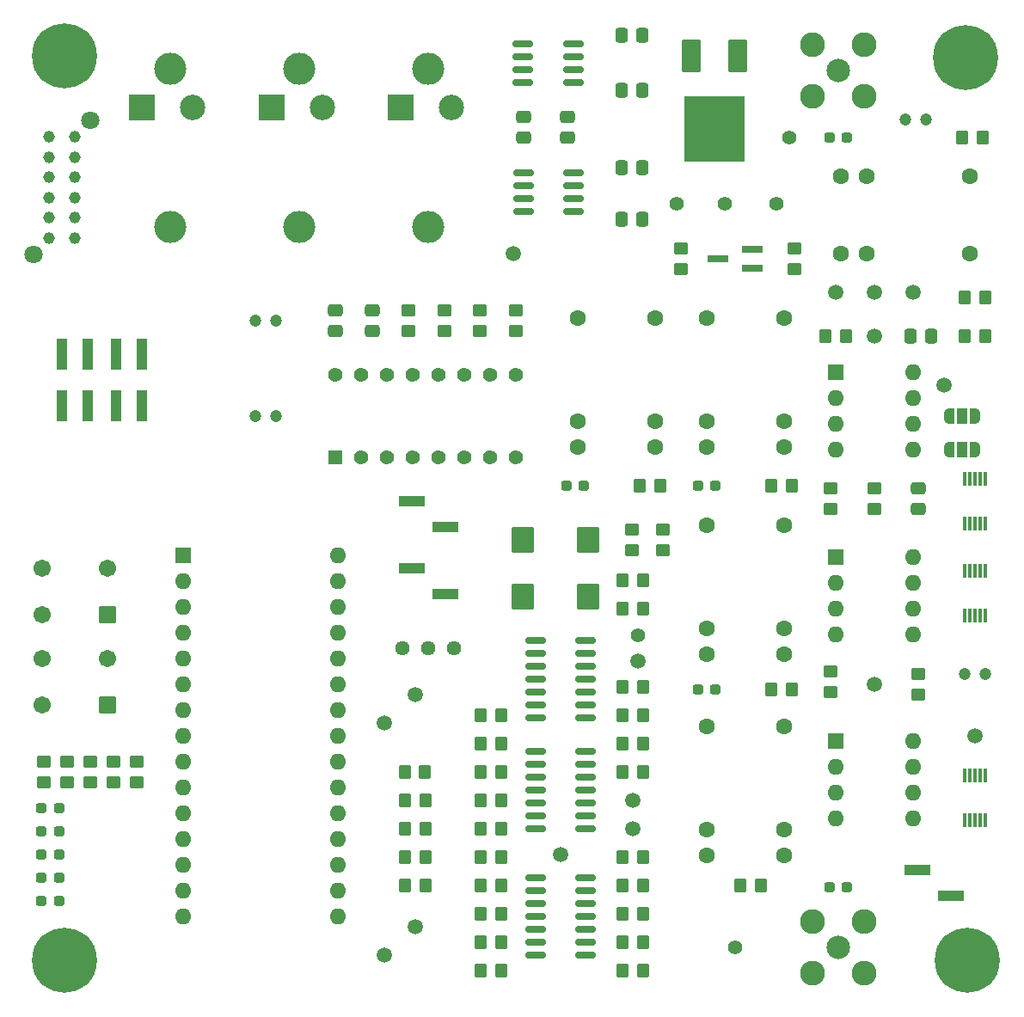
<source format=gts>
G04 #@! TF.GenerationSoftware,KiCad,Pcbnew,7.0.7*
G04 #@! TF.CreationDate,2023-10-18T16:13:20+03:00*
G04 #@! TF.ProjectId,pcb,7063622e-6b69-4636-9164-5f7063625858,rev?*
G04 #@! TF.SameCoordinates,Original*
G04 #@! TF.FileFunction,Soldermask,Top*
G04 #@! TF.FilePolarity,Negative*
%FSLAX46Y46*%
G04 Gerber Fmt 4.6, Leading zero omitted, Abs format (unit mm)*
G04 Created by KiCad (PCBNEW 7.0.7) date 2023-10-18 16:13:20*
%MOMM*%
%LPD*%
G01*
G04 APERTURE LIST*
G04 Aperture macros list*
%AMRoundRect*
0 Rectangle with rounded corners*
0 $1 Rounding radius*
0 $2 $3 $4 $5 $6 $7 $8 $9 X,Y pos of 4 corners*
0 Add a 4 corners polygon primitive as box body*
4,1,4,$2,$3,$4,$5,$6,$7,$8,$9,$2,$3,0*
0 Add four circle primitives for the rounded corners*
1,1,$1+$1,$2,$3*
1,1,$1+$1,$4,$5*
1,1,$1+$1,$6,$7*
1,1,$1+$1,$8,$9*
0 Add four rect primitives between the rounded corners*
20,1,$1+$1,$2,$3,$4,$5,0*
20,1,$1+$1,$4,$5,$6,$7,0*
20,1,$1+$1,$6,$7,$8,$9,0*
20,1,$1+$1,$8,$9,$2,$3,0*%
%AMFreePoly0*
4,1,19,0.550000,-0.750000,0.000000,-0.750000,0.000000,-0.744911,-0.071157,-0.744911,-0.207708,-0.704816,-0.327430,-0.627875,-0.420627,-0.520320,-0.479746,-0.390866,-0.500000,-0.250000,-0.500000,0.250000,-0.479746,0.390866,-0.420627,0.520320,-0.327430,0.627875,-0.207708,0.704816,-0.071157,0.744911,0.000000,0.744911,0.000000,0.750000,0.550000,0.750000,0.550000,-0.750000,0.550000,-0.750000,
$1*%
%AMFreePoly1*
4,1,19,0.000000,0.744911,0.071157,0.744911,0.207708,0.704816,0.327430,0.627875,0.420627,0.520320,0.479746,0.390866,0.500000,0.250000,0.500000,-0.250000,0.479746,-0.390866,0.420627,-0.520320,0.327430,-0.627875,0.207708,-0.704816,0.071157,-0.744911,0.000000,-0.744911,0.000000,-0.750000,-0.550000,-0.750000,-0.550000,0.750000,0.000000,0.750000,0.000000,0.744911,0.000000,0.744911,
$1*%
G04 Aperture macros list end*
%ADD10C,1.800000*%
%ADD11C,1.150000*%
%ADD12R,2.500000X2.500000*%
%ADD13C,2.500000*%
%ADD14C,1.600000*%
%ADD15RoundRect,0.250000X0.875000X1.025000X-0.875000X1.025000X-0.875000X-1.025000X0.875000X-1.025000X0*%
%ADD16FreePoly0,180.000000*%
%ADD17R,1.000000X1.500000*%
%ADD18FreePoly1,180.000000*%
%ADD19C,1.500000*%
%ADD20R,1.600000X1.600000*%
%ADD21O,1.600000X1.600000*%
%ADD22C,1.200000*%
%ADD23RoundRect,0.250000X0.350000X0.450000X-0.350000X0.450000X-0.350000X-0.450000X0.350000X-0.450000X0*%
%ADD24RoundRect,0.102000X0.800000X-1.500000X0.800000X1.500000X-0.800000X1.500000X-0.800000X-1.500000X0*%
%ADD25RoundRect,0.102000X2.900000X-3.100000X2.900000X3.100000X-2.900000X3.100000X-2.900000X-3.100000X0*%
%ADD26RoundRect,0.250000X-0.337500X-0.475000X0.337500X-0.475000X0.337500X0.475000X-0.337500X0.475000X0*%
%ADD27RoundRect,0.250000X-0.450000X0.350000X-0.450000X-0.350000X0.450000X-0.350000X0.450000X0.350000X0*%
%ADD28RoundRect,0.237500X-0.287500X-0.237500X0.287500X-0.237500X0.287500X0.237500X-0.287500X0.237500X0*%
%ADD29RoundRect,0.250000X-0.475000X0.337500X-0.475000X-0.337500X0.475000X-0.337500X0.475000X0.337500X0*%
%ADD30R,0.300000X1.400000*%
%ADD31RoundRect,0.250000X-0.350000X-0.450000X0.350000X-0.450000X0.350000X0.450000X-0.350000X0.450000X0*%
%ADD32RoundRect,0.102000X0.749000X0.749000X-0.749000X0.749000X-0.749000X-0.749000X0.749000X-0.749000X0*%
%ADD33C,1.702000*%
%ADD34RoundRect,0.150000X-0.825000X-0.150000X0.825000X-0.150000X0.825000X0.150000X-0.825000X0.150000X0*%
%ADD35R,1.000000X3.150000*%
%ADD36RoundRect,0.237500X0.287500X0.237500X-0.287500X0.237500X-0.287500X-0.237500X0.287500X-0.237500X0*%
%ADD37C,1.400000*%
%ADD38RoundRect,0.150000X0.825000X0.150000X-0.825000X0.150000X-0.825000X-0.150000X0.825000X-0.150000X0*%
%ADD39RoundRect,0.250000X0.450000X-0.350000X0.450000X0.350000X-0.450000X0.350000X-0.450000X-0.350000X0*%
%ADD40C,1.440000*%
%ADD41RoundRect,0.250000X0.475000X-0.337500X0.475000X0.337500X-0.475000X0.337500X-0.475000X-0.337500X0*%
%ADD42R,2.510000X1.000000*%
%ADD43C,3.159000*%
%ADD44C,2.454000*%
%ADD45C,2.304000*%
%ADD46C,0.800000*%
%ADD47C,6.400000*%
%ADD48R,2.000000X0.650000*%
%ADD49RoundRect,0.102000X0.610000X-0.610000X0.610000X0.610000X-0.610000X0.610000X-0.610000X-0.610000X0*%
%ADD50C,1.424000*%
G04 APERTURE END LIST*
D10*
X109224302Y-62066352D03*
X103624302Y-75266352D03*
D11*
X105174302Y-73666352D03*
X105174302Y-71666352D03*
X105174302Y-69666352D03*
X105174302Y-67666352D03*
X105174302Y-65666352D03*
X105174302Y-63666352D03*
X107674302Y-73666352D03*
X107674302Y-71666352D03*
X107674302Y-69666352D03*
X107674302Y-67666352D03*
X107674302Y-65666352D03*
X107674302Y-63666352D03*
D12*
X114300000Y-60830000D03*
D13*
X119300000Y-60830000D03*
D12*
X127080000Y-60830000D03*
D13*
X132080000Y-60830000D03*
X144740000Y-60830000D03*
D12*
X139740000Y-60830000D03*
D14*
X183134000Y-67564000D03*
X183134000Y-75184000D03*
X185674000Y-75184000D03*
X185674000Y-67564000D03*
X195834000Y-75184000D03*
X195834000Y-67564000D03*
X169899000Y-134488000D03*
X177519000Y-134488000D03*
X177519000Y-131948000D03*
X169899000Y-131948000D03*
X177519000Y-121788000D03*
X169899000Y-121788000D03*
X157199000Y-94261000D03*
X164819000Y-94261000D03*
X164819000Y-91721000D03*
X157199000Y-91721000D03*
X164819000Y-81561000D03*
X157199000Y-81561000D03*
X169899000Y-114660000D03*
X177519000Y-114660000D03*
X177519000Y-112120000D03*
X169899000Y-112120000D03*
X177519000Y-101960000D03*
X169899000Y-101960000D03*
X169899000Y-94261000D03*
X177519000Y-94261000D03*
X177519000Y-91721000D03*
X169899000Y-91721000D03*
X177519000Y-81561000D03*
X169899000Y-81561000D03*
D15*
X158236000Y-103394000D03*
X151836000Y-103394000D03*
X158236000Y-108982000D03*
X151836000Y-108982000D03*
D16*
X196372000Y-94488000D03*
D17*
X195072000Y-94488000D03*
D18*
X193772000Y-94488000D03*
D16*
X196372000Y-91186000D03*
D17*
X195072000Y-91186000D03*
D18*
X193772000Y-91186000D03*
D19*
X155513000Y-134382000D03*
X138176000Y-144272000D03*
X141224000Y-118618000D03*
X162625000Y-131842000D03*
X141224000Y-141478000D03*
X162625000Y-129048000D03*
X163164000Y-115316000D03*
X190246000Y-78994000D03*
X182626000Y-78994000D03*
X186436000Y-83312000D03*
X193294000Y-88138000D03*
X186436000Y-78994000D03*
X150876000Y-75184000D03*
X196342000Y-122682000D03*
X186436000Y-117602000D03*
X138176000Y-121412000D03*
D20*
X182636000Y-86878000D03*
D21*
X182636000Y-89418000D03*
X182636000Y-91958000D03*
X182636000Y-94498000D03*
X190256000Y-94498000D03*
X190256000Y-91958000D03*
X190256000Y-89418000D03*
X190256000Y-86878000D03*
D22*
X191516000Y-61976000D03*
X189516000Y-61976000D03*
D23*
X149655000Y-120666000D03*
X147655000Y-120666000D03*
D24*
X172973000Y-55685000D03*
X168403000Y-55685000D03*
D25*
X170688000Y-62865000D03*
D26*
X161522500Y-59055000D03*
X163597500Y-59055000D03*
D23*
X163625000Y-126254000D03*
X161625000Y-126254000D03*
X142208000Y-129032000D03*
X140208000Y-129032000D03*
D27*
X182118000Y-116348000D03*
X182118000Y-118348000D03*
D28*
X104422000Y-136652000D03*
X106172000Y-136652000D03*
D23*
X178292000Y-118110000D03*
X176292000Y-118110000D03*
D29*
X136948000Y-80750500D03*
X136948000Y-82825500D03*
D30*
X195342000Y-130978000D03*
X195842000Y-130978000D03*
X196342000Y-130978000D03*
X196842000Y-130978000D03*
X197342000Y-130978000D03*
X197342000Y-126578000D03*
X196842000Y-126578000D03*
X196342000Y-126578000D03*
X195842000Y-126578000D03*
X195342000Y-126578000D03*
D31*
X147671000Y-143018000D03*
X149671000Y-143018000D03*
X173244000Y-137414000D03*
X175244000Y-137414000D03*
D32*
X110946000Y-110708000D03*
D33*
X104446000Y-110708000D03*
X110946000Y-106208000D03*
X104446000Y-106208000D03*
D34*
X153038000Y-136668000D03*
X153038000Y-137938000D03*
X153038000Y-139208000D03*
X153038000Y-140478000D03*
X153038000Y-141748000D03*
X153038000Y-143018000D03*
X153038000Y-144288000D03*
X157988000Y-144288000D03*
X157988000Y-143018000D03*
X157988000Y-141748000D03*
X157988000Y-140478000D03*
X157988000Y-139208000D03*
X157988000Y-137938000D03*
X157988000Y-136668000D03*
D23*
X142208000Y-134620000D03*
X140208000Y-134620000D03*
D20*
X182636000Y-123200000D03*
D21*
X182636000Y-125740000D03*
X182636000Y-128280000D03*
X182636000Y-130820000D03*
X190256000Y-130820000D03*
X190256000Y-128280000D03*
X190256000Y-125740000D03*
X190256000Y-123200000D03*
D35*
X114300000Y-85120000D03*
X114300000Y-90170000D03*
X111760000Y-85120000D03*
X111760000Y-90170000D03*
D26*
X161522500Y-66675000D03*
X163597500Y-66675000D03*
D31*
X147655000Y-131842000D03*
X149655000Y-131842000D03*
D23*
X163625000Y-140224000D03*
X161625000Y-140224000D03*
D29*
X133350000Y-80750500D03*
X133350000Y-82825500D03*
D31*
X161641000Y-107347000D03*
X163641000Y-107347000D03*
D36*
X183755000Y-63754000D03*
X182005000Y-63754000D03*
D30*
X195342000Y-101768000D03*
X195842000Y-101768000D03*
X196342000Y-101768000D03*
X196842000Y-101768000D03*
X197342000Y-101768000D03*
X197342000Y-97368000D03*
X196842000Y-97368000D03*
X196342000Y-97368000D03*
X195842000Y-97368000D03*
X195342000Y-97368000D03*
D37*
X171704000Y-70231000D03*
D27*
X165608000Y-102362000D03*
X165608000Y-104362000D03*
D23*
X165338000Y-98044000D03*
X163338000Y-98044000D03*
X142208000Y-131826000D03*
X140208000Y-131826000D03*
D28*
X104408000Y-132080000D03*
X106158000Y-132080000D03*
D23*
X142176000Y-126238000D03*
X140176000Y-126238000D03*
D32*
X110946000Y-119598000D03*
D33*
X104446000Y-119598000D03*
X110946000Y-115098000D03*
X104446000Y-115098000D03*
D23*
X163625000Y-134636000D03*
X161625000Y-134636000D03*
D31*
X195342000Y-83312000D03*
X197342000Y-83312000D03*
D38*
X156795000Y-71019000D03*
X156795000Y-69749000D03*
X156795000Y-68479000D03*
X156795000Y-67209000D03*
X151845000Y-67209000D03*
X151845000Y-68479000D03*
X151845000Y-69749000D03*
X151845000Y-71019000D03*
D23*
X163625000Y-117872000D03*
X161625000Y-117872000D03*
D27*
X167386000Y-74692000D03*
X167386000Y-76692000D03*
D39*
X113792000Y-127238000D03*
X113792000Y-125238000D03*
X104648000Y-127238000D03*
X104648000Y-125238000D03*
D23*
X163625000Y-137430000D03*
X161625000Y-137430000D03*
D26*
X161522500Y-71755000D03*
X163597500Y-71755000D03*
D38*
X156780000Y-58319000D03*
X156780000Y-57049000D03*
X156780000Y-55779000D03*
X156780000Y-54509000D03*
X151830000Y-54509000D03*
X151830000Y-55779000D03*
X151830000Y-57049000D03*
X151830000Y-58319000D03*
D30*
X195342000Y-110785000D03*
X195842000Y-110785000D03*
X196342000Y-110785000D03*
X196842000Y-110785000D03*
X197342000Y-110785000D03*
X197342000Y-106385000D03*
X196842000Y-106385000D03*
X196342000Y-106385000D03*
X195842000Y-106385000D03*
X195342000Y-106385000D03*
D35*
X108966000Y-85120000D03*
X108966000Y-90170000D03*
X106426000Y-85120000D03*
X106426000Y-90170000D03*
D34*
X153038000Y-124222000D03*
X153038000Y-125492000D03*
X153038000Y-126762000D03*
X153038000Y-128032000D03*
X153038000Y-129302000D03*
X153038000Y-130572000D03*
X153038000Y-131842000D03*
X157988000Y-131842000D03*
X157988000Y-130572000D03*
X157988000Y-129302000D03*
X157988000Y-128032000D03*
X157988000Y-126762000D03*
X157988000Y-125492000D03*
X157988000Y-124222000D03*
D28*
X104422000Y-134366000D03*
X106172000Y-134366000D03*
D36*
X170801000Y-118110000D03*
X169051000Y-118110000D03*
D40*
X145034000Y-114046000D03*
X142494000Y-114046000D03*
X139954000Y-114046000D03*
D31*
X161625000Y-120666000D03*
X163625000Y-120666000D03*
D39*
X140516000Y-82788000D03*
X140516000Y-80788000D03*
D31*
X147671000Y-140224000D03*
X149671000Y-140224000D03*
D39*
X144054000Y-82788000D03*
X144054000Y-80788000D03*
D41*
X190754000Y-100351500D03*
X190754000Y-98276500D03*
D23*
X149655000Y-137430000D03*
X147655000Y-137430000D03*
D42*
X193933000Y-138430000D03*
X190623000Y-135890000D03*
D43*
X129825000Y-57020000D03*
X129825000Y-72520000D03*
X142525000Y-57020000D03*
X142525000Y-72520000D03*
D41*
X156210000Y-63775500D03*
X156210000Y-61700500D03*
D37*
X176784000Y-70231000D03*
D31*
X147655000Y-129048000D03*
X149655000Y-129048000D03*
D42*
X140839000Y-106172000D03*
X144149000Y-108712000D03*
D39*
X186436000Y-100314000D03*
X186436000Y-98314000D03*
D23*
X178292000Y-98044000D03*
X176292000Y-98044000D03*
D37*
X172720000Y-143510000D03*
D44*
X185430000Y-140960000D03*
X185430000Y-146060000D03*
X180330000Y-146060000D03*
X180330000Y-140960000D03*
D45*
X182880000Y-143510000D03*
D28*
X104422000Y-138938000D03*
X106172000Y-138938000D03*
X182005000Y-137541000D03*
X183755000Y-137541000D03*
D23*
X197088000Y-63754000D03*
X195088000Y-63754000D03*
D39*
X111506000Y-127238000D03*
X111506000Y-125238000D03*
D46*
X193040000Y-55880000D03*
X193742944Y-54182944D03*
X193742944Y-57577056D03*
X195440000Y-53480000D03*
D47*
X195440000Y-55880000D03*
D46*
X195440000Y-58280000D03*
X197137056Y-54182944D03*
X197137056Y-57577056D03*
X197840000Y-55880000D03*
D48*
X171010000Y-75708000D03*
X174430000Y-76658000D03*
X174430000Y-74758000D03*
D26*
X161522500Y-53684000D03*
X163597500Y-53684000D03*
D23*
X197342000Y-79502000D03*
X195342000Y-79502000D03*
D31*
X147655000Y-126254000D03*
X149655000Y-126254000D03*
D39*
X106934000Y-127238000D03*
X106934000Y-125238000D03*
D31*
X161625000Y-145812000D03*
X163625000Y-145812000D03*
D22*
X125492000Y-91186000D03*
X127492000Y-91186000D03*
X195342000Y-116586000D03*
X197342000Y-116586000D03*
D28*
X104408000Y-129794000D03*
X106158000Y-129794000D03*
D41*
X151892000Y-63775500D03*
X151892000Y-61700500D03*
D31*
X147655000Y-145812000D03*
X149655000Y-145812000D03*
D36*
X157847000Y-98044000D03*
X156097000Y-98044000D03*
D20*
X118374000Y-104902000D03*
D21*
X118374000Y-107442000D03*
X118374000Y-109982000D03*
X118374000Y-112522000D03*
X118374000Y-115062000D03*
X118374000Y-117602000D03*
X118374000Y-120142000D03*
X118374000Y-122682000D03*
X118374000Y-125222000D03*
X118374000Y-127762000D03*
X118374000Y-130302000D03*
X118374000Y-132842000D03*
X118374000Y-135382000D03*
X118374000Y-137922000D03*
X118374000Y-140462000D03*
X133614000Y-140462000D03*
X133614000Y-137922000D03*
X133614000Y-135382000D03*
X133614000Y-132842000D03*
X133614000Y-130302000D03*
X133614000Y-127762000D03*
X133614000Y-125222000D03*
X133614000Y-122682000D03*
X133614000Y-120142000D03*
X133614000Y-117602000D03*
X133614000Y-115062000D03*
X133614000Y-112522000D03*
X133614000Y-109982000D03*
X133614000Y-107442000D03*
X133614000Y-104902000D03*
D45*
X182890000Y-57160000D03*
D44*
X185440000Y-59710000D03*
X185440000Y-54610000D03*
X180340000Y-54610000D03*
X180340000Y-59710000D03*
D39*
X151130000Y-82788000D03*
X151130000Y-80788000D03*
D36*
X170801000Y-98044000D03*
X169051000Y-98044000D03*
D39*
X182118000Y-100330000D03*
X182118000Y-98330000D03*
D46*
X104280000Y-144780000D03*
X104982944Y-143082944D03*
X104982944Y-146477056D03*
X106680000Y-142380000D03*
D47*
X106680000Y-144780000D03*
D46*
X106680000Y-147180000D03*
X108377056Y-143082944D03*
X108377056Y-146477056D03*
X109080000Y-144780000D03*
X104280000Y-55740000D03*
X104982944Y-54042944D03*
X104982944Y-57437056D03*
X106680000Y-53340000D03*
D47*
X106680000Y-55740000D03*
D46*
X106680000Y-58140000D03*
X108377056Y-54042944D03*
X108377056Y-57437056D03*
X109080000Y-55740000D03*
D27*
X178562000Y-74708000D03*
X178562000Y-76708000D03*
D37*
X178054000Y-63754000D03*
D26*
X189970500Y-83312000D03*
X192045500Y-83312000D03*
D23*
X163625000Y-123460000D03*
X161625000Y-123460000D03*
D31*
X161625000Y-143018000D03*
X163625000Y-143018000D03*
D23*
X163641000Y-110141000D03*
X161641000Y-110141000D03*
D39*
X147592000Y-82788000D03*
X147592000Y-80788000D03*
X109220000Y-127238000D03*
X109220000Y-125238000D03*
D43*
X117125000Y-57020000D03*
X117125000Y-72520000D03*
D23*
X183626000Y-83312000D03*
X181626000Y-83312000D03*
D31*
X147671000Y-123460000D03*
X149671000Y-123460000D03*
D20*
X182636000Y-105039000D03*
D21*
X182636000Y-107579000D03*
X182636000Y-110119000D03*
X182636000Y-112659000D03*
X190256000Y-112659000D03*
X190256000Y-110119000D03*
X190256000Y-107579000D03*
X190256000Y-105039000D03*
D37*
X166958000Y-70231000D03*
X163164000Y-112792000D03*
D23*
X149655000Y-134636000D03*
X147655000Y-134636000D03*
D49*
X133350000Y-95236000D03*
D50*
X133350000Y-87136000D03*
X135890000Y-95236000D03*
X135890000Y-87136000D03*
X138430000Y-95236000D03*
X138430000Y-87136000D03*
X140970000Y-95236000D03*
X140970000Y-87136000D03*
X143510000Y-95236000D03*
X143510000Y-87136000D03*
X146050000Y-95236000D03*
X146050000Y-87136000D03*
X148590000Y-95236000D03*
X148590000Y-87136000D03*
X151130000Y-95236000D03*
X151130000Y-87136000D03*
D42*
X144149000Y-102108000D03*
X140839000Y-99568000D03*
D27*
X162560000Y-102394000D03*
X162560000Y-104394000D03*
D31*
X140208000Y-137414000D03*
X142208000Y-137414000D03*
D46*
X193180000Y-144780000D03*
X193882944Y-143082944D03*
X193882944Y-146477056D03*
X195580000Y-142380000D03*
D47*
X195580000Y-144780000D03*
D46*
X195580000Y-147180000D03*
X197277056Y-143082944D03*
X197277056Y-146477056D03*
X197980000Y-144780000D03*
D22*
X125492000Y-81788000D03*
X127492000Y-81788000D03*
D34*
X153038000Y-113300000D03*
X153038000Y-114570000D03*
X153038000Y-115840000D03*
X153038000Y-117110000D03*
X153038000Y-118380000D03*
X153038000Y-119650000D03*
X153038000Y-120920000D03*
X157988000Y-120920000D03*
X157988000Y-119650000D03*
X157988000Y-118380000D03*
X157988000Y-117110000D03*
X157988000Y-115840000D03*
X157988000Y-114570000D03*
X157988000Y-113300000D03*
D27*
X190754000Y-116602000D03*
X190754000Y-118602000D03*
M02*

</source>
